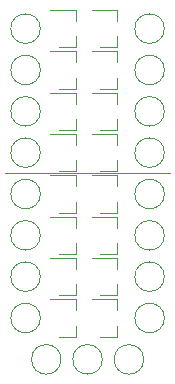
<source format=gto>
%TF.GenerationSoftware,KiCad,Pcbnew,(5.1.9)-1*%
%TF.CreationDate,2022-08-31T17:27:34+02:00*%
%TF.ProjectId,tristate,74726973-7461-4746-952e-6b696361645f,rev?*%
%TF.SameCoordinates,Original*%
%TF.FileFunction,Legend,Top*%
%TF.FilePolarity,Positive*%
%FSLAX46Y46*%
G04 Gerber Fmt 4.6, Leading zero omitted, Abs format (unit mm)*
G04 Created by KiCad (PCBNEW (5.1.9)-1) date 2022-08-31 17:27:34*
%MOMM*%
%LPD*%
G01*
G04 APERTURE LIST*
%ADD10C,0.120000*%
%ADD11C,2.000000*%
%ADD12R,0.900000X0.800000*%
G04 APERTURE END LIST*
D10*
X141750000Y-75250000D02*
X127750000Y-75250000D01*
%TO.C,OUT2*%
X141251000Y-80500000D02*
G75*
G03*
X141251000Y-80500000I-1251000J0D01*
G01*
%TO.C,IN6*%
X139501000Y-91000000D02*
G75*
G03*
X139501000Y-91000000I-1251000J0D01*
G01*
%TO.C,IN5*%
X132501000Y-91000000D02*
G75*
G03*
X132501000Y-91000000I-1251000J0D01*
G01*
%TO.C,IN4*%
X136001000Y-91000000D02*
G75*
G03*
X136001000Y-91000000I-1251000J0D01*
G01*
%TO.C,Q15*%
X133760000Y-64580000D02*
X133760000Y-63650000D01*
X133760000Y-61420000D02*
X133760000Y-62350000D01*
X133760000Y-61420000D02*
X131600000Y-61420000D01*
X133760000Y-64580000D02*
X132300000Y-64580000D01*
%TO.C,Q11*%
X137260000Y-64580000D02*
X137260000Y-63650000D01*
X137260000Y-61420000D02*
X137260000Y-62350000D01*
X137260000Y-61420000D02*
X135100000Y-61420000D01*
X137260000Y-64580000D02*
X135800000Y-64580000D01*
%TO.C,Q14*%
X133760000Y-68080000D02*
X133760000Y-67150000D01*
X133760000Y-64920000D02*
X133760000Y-65850000D01*
X133760000Y-64920000D02*
X131600000Y-64920000D01*
X133760000Y-68080000D02*
X132300000Y-68080000D01*
%TO.C,Q10*%
X137260000Y-68080000D02*
X137260000Y-67150000D01*
X137260000Y-64920000D02*
X137260000Y-65850000D01*
X137260000Y-64920000D02*
X135100000Y-64920000D01*
X137260000Y-68080000D02*
X135800000Y-68080000D01*
%TO.C,Q13*%
X133760000Y-71580000D02*
X133760000Y-70650000D01*
X133760000Y-68420000D02*
X133760000Y-69350000D01*
X133760000Y-68420000D02*
X131600000Y-68420000D01*
X133760000Y-71580000D02*
X132300000Y-71580000D01*
%TO.C,Q9*%
X137260000Y-71580000D02*
X137260000Y-70650000D01*
X137260000Y-68420000D02*
X137260000Y-69350000D01*
X137260000Y-68420000D02*
X135100000Y-68420000D01*
X137260000Y-71580000D02*
X135800000Y-71580000D01*
%TO.C,Q12*%
X133760000Y-75080000D02*
X133760000Y-74150000D01*
X133760000Y-71920000D02*
X133760000Y-72850000D01*
X133760000Y-71920000D02*
X131600000Y-71920000D01*
X133760000Y-75080000D02*
X132300000Y-75080000D01*
%TO.C,Q8*%
X137260000Y-75080000D02*
X137260000Y-74150000D01*
X137260000Y-71920000D02*
X137260000Y-72850000D01*
X137260000Y-71920000D02*
X135100000Y-71920000D01*
X137260000Y-75080000D02*
X135800000Y-75080000D01*
%TO.C,OUT7*%
X141251000Y-63000000D02*
G75*
G03*
X141251000Y-63000000I-1251000J0D01*
G01*
%TO.C,OUT6*%
X141251000Y-66500000D02*
G75*
G03*
X141251000Y-66500000I-1251000J0D01*
G01*
%TO.C,OUT5*%
X141251000Y-70000000D02*
G75*
G03*
X141251000Y-70000000I-1251000J0D01*
G01*
%TO.C,OUT4*%
X141251000Y-73500000D02*
G75*
G03*
X141251000Y-73500000I-1251000J0D01*
G01*
%TO.C,IN10*%
X130751000Y-63000000D02*
G75*
G03*
X130751000Y-63000000I-1251000J0D01*
G01*
%TO.C,IN9*%
X130751000Y-66500000D02*
G75*
G03*
X130751000Y-66500000I-1251000J0D01*
G01*
%TO.C,IN8*%
X130751000Y-70000000D02*
G75*
G03*
X130751000Y-70000000I-1251000J0D01*
G01*
%TO.C,IN7*%
X130751000Y-73500000D02*
G75*
G03*
X130751000Y-73500000I-1251000J0D01*
G01*
%TO.C,Q7*%
X133760000Y-78580000D02*
X133760000Y-77650000D01*
X133760000Y-75420000D02*
X133760000Y-76350000D01*
X133760000Y-75420000D02*
X131600000Y-75420000D01*
X133760000Y-78580000D02*
X132300000Y-78580000D01*
%TO.C,Q3*%
X137260000Y-78580000D02*
X137260000Y-77650000D01*
X137260000Y-75420000D02*
X137260000Y-76350000D01*
X137260000Y-75420000D02*
X135100000Y-75420000D01*
X137260000Y-78580000D02*
X135800000Y-78580000D01*
%TO.C,Q6*%
X133760000Y-82080000D02*
X133760000Y-81150000D01*
X133760000Y-78920000D02*
X133760000Y-79850000D01*
X133760000Y-78920000D02*
X131600000Y-78920000D01*
X133760000Y-82080000D02*
X132300000Y-82080000D01*
%TO.C,Q2*%
X137260000Y-82080000D02*
X137260000Y-81150000D01*
X137260000Y-78920000D02*
X137260000Y-79850000D01*
X137260000Y-78920000D02*
X135100000Y-78920000D01*
X137260000Y-82080000D02*
X135800000Y-82080000D01*
%TO.C,Q5*%
X133760000Y-85580000D02*
X133760000Y-84650000D01*
X133760000Y-82420000D02*
X133760000Y-83350000D01*
X133760000Y-82420000D02*
X131600000Y-82420000D01*
X133760000Y-85580000D02*
X132300000Y-85580000D01*
%TO.C,Q1*%
X137260000Y-85580000D02*
X137260000Y-84650000D01*
X137260000Y-82420000D02*
X137260000Y-83350000D01*
X137260000Y-82420000D02*
X135100000Y-82420000D01*
X137260000Y-85580000D02*
X135800000Y-85580000D01*
%TO.C,Q4*%
X133760000Y-89080000D02*
X133760000Y-88150000D01*
X133760000Y-85920000D02*
X133760000Y-86850000D01*
X133760000Y-85920000D02*
X131600000Y-85920000D01*
X133760000Y-89080000D02*
X132300000Y-89080000D01*
%TO.C,Q0*%
X137260000Y-89080000D02*
X137260000Y-88150000D01*
X137260000Y-85920000D02*
X137260000Y-86850000D01*
X137260000Y-85920000D02*
X135100000Y-85920000D01*
X137260000Y-89080000D02*
X135800000Y-89080000D01*
%TO.C,OUT3*%
X141251000Y-77000000D02*
G75*
G03*
X141251000Y-77000000I-1251000J0D01*
G01*
%TO.C,OUT1*%
X141251000Y-84000000D02*
G75*
G03*
X141251000Y-84000000I-1251000J0D01*
G01*
%TO.C,OUT0*%
X141251000Y-87500000D02*
G75*
G03*
X141251000Y-87500000I-1251000J0D01*
G01*
%TO.C,IN3*%
X130751000Y-77000000D02*
G75*
G03*
X130751000Y-77000000I-1251000J0D01*
G01*
%TO.C,IN2*%
X130751000Y-80500000D02*
G75*
G03*
X130751000Y-80500000I-1251000J0D01*
G01*
%TO.C,IN1*%
X130751000Y-84000000D02*
G75*
G03*
X130751000Y-84000000I-1251000J0D01*
G01*
%TO.C,IN0*%
X130751000Y-87500000D02*
G75*
G03*
X130751000Y-87500000I-1251000J0D01*
G01*
%TD*%
%LPC*%
D11*
%TO.C,OUT2*%
X140000000Y-80500000D03*
%TD*%
%TO.C,IN6*%
X138250000Y-91000000D03*
%TD*%
%TO.C,IN5*%
X131250000Y-91000000D03*
%TD*%
%TO.C,IN4*%
X134750000Y-91000000D03*
%TD*%
D12*
%TO.C,Q15*%
X134000000Y-63000000D03*
X132000000Y-63950000D03*
X132000000Y-62050000D03*
%TD*%
%TO.C,Q11*%
X137500000Y-63000000D03*
X135500000Y-63950000D03*
X135500000Y-62050000D03*
%TD*%
%TO.C,Q14*%
X134000000Y-66500000D03*
X132000000Y-67450000D03*
X132000000Y-65550000D03*
%TD*%
%TO.C,Q10*%
X137500000Y-66500000D03*
X135500000Y-67450000D03*
X135500000Y-65550000D03*
%TD*%
%TO.C,Q13*%
X134000000Y-70000000D03*
X132000000Y-70950000D03*
X132000000Y-69050000D03*
%TD*%
%TO.C,Q9*%
X137500000Y-70000000D03*
X135500000Y-70950000D03*
X135500000Y-69050000D03*
%TD*%
%TO.C,Q12*%
X134000000Y-73500000D03*
X132000000Y-74450000D03*
X132000000Y-72550000D03*
%TD*%
%TO.C,Q8*%
X137500000Y-73500000D03*
X135500000Y-74450000D03*
X135500000Y-72550000D03*
%TD*%
D11*
%TO.C,OUT7*%
X140000000Y-63000000D03*
%TD*%
%TO.C,OUT6*%
X140000000Y-66500000D03*
%TD*%
%TO.C,OUT5*%
X140000000Y-70000000D03*
%TD*%
%TO.C,OUT4*%
X140000000Y-73500000D03*
%TD*%
%TO.C,IN10*%
X129500000Y-63000000D03*
%TD*%
%TO.C,IN9*%
X129500000Y-66500000D03*
%TD*%
%TO.C,IN8*%
X129500000Y-70000000D03*
%TD*%
%TO.C,IN7*%
X129500000Y-73500000D03*
%TD*%
D12*
%TO.C,Q7*%
X134000000Y-77000000D03*
X132000000Y-77950000D03*
X132000000Y-76050000D03*
%TD*%
%TO.C,Q3*%
X137500000Y-77000000D03*
X135500000Y-77950000D03*
X135500000Y-76050000D03*
%TD*%
%TO.C,Q6*%
X134000000Y-80500000D03*
X132000000Y-81450000D03*
X132000000Y-79550000D03*
%TD*%
%TO.C,Q2*%
X137500000Y-80500000D03*
X135500000Y-81450000D03*
X135500000Y-79550000D03*
%TD*%
%TO.C,Q5*%
X134000000Y-84000000D03*
X132000000Y-84950000D03*
X132000000Y-83050000D03*
%TD*%
%TO.C,Q1*%
X137500000Y-84000000D03*
X135500000Y-84950000D03*
X135500000Y-83050000D03*
%TD*%
%TO.C,Q4*%
X134000000Y-87500000D03*
X132000000Y-88450000D03*
X132000000Y-86550000D03*
%TD*%
%TO.C,Q0*%
X137500000Y-87500000D03*
X135500000Y-88450000D03*
X135500000Y-86550000D03*
%TD*%
D11*
%TO.C,OUT3*%
X140000000Y-77000000D03*
%TD*%
%TO.C,OUT1*%
X140000000Y-84000000D03*
%TD*%
%TO.C,OUT0*%
X140000000Y-87500000D03*
%TD*%
%TO.C,IN3*%
X129500000Y-77000000D03*
%TD*%
%TO.C,IN2*%
X129500000Y-80500000D03*
%TD*%
%TO.C,IN1*%
X129500000Y-84000000D03*
%TD*%
%TO.C,IN0*%
X129500000Y-87500000D03*
%TD*%
M02*

</source>
